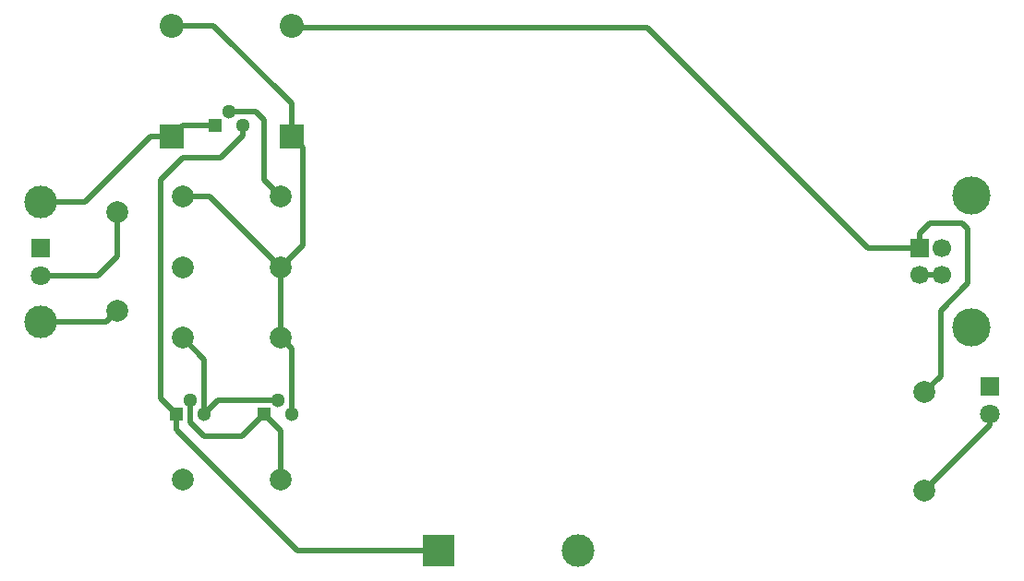
<source format=gbr>
%TF.GenerationSoftware,KiCad,Pcbnew,(6.0.7)*%
%TF.CreationDate,2023-10-27T20:15:12+01:00*%
%TF.ProjectId,slide_tester,736c6964-655f-4746-9573-7465722e6b69,rev?*%
%TF.SameCoordinates,Original*%
%TF.FileFunction,Copper,L1,Top*%
%TF.FilePolarity,Positive*%
%FSLAX46Y46*%
G04 Gerber Fmt 4.6, Leading zero omitted, Abs format (unit mm)*
G04 Created by KiCad (PCBNEW (6.0.7)) date 2023-10-27 20:15:12*
%MOMM*%
%LPD*%
G01*
G04 APERTURE LIST*
%TA.AperFunction,ComponentPad*%
%ADD10C,2.000000*%
%TD*%
%TA.AperFunction,ComponentPad*%
%ADD11R,1.300000X1.300000*%
%TD*%
%TA.AperFunction,ComponentPad*%
%ADD12C,1.300000*%
%TD*%
%TA.AperFunction,ComponentPad*%
%ADD13C,3.000000*%
%TD*%
%TA.AperFunction,ComponentPad*%
%ADD14R,1.800000X1.800000*%
%TD*%
%TA.AperFunction,ComponentPad*%
%ADD15C,1.800000*%
%TD*%
%TA.AperFunction,ComponentPad*%
%ADD16R,3.000000X3.000000*%
%TD*%
%TA.AperFunction,ComponentPad*%
%ADD17R,1.700000X1.700000*%
%TD*%
%TA.AperFunction,ComponentPad*%
%ADD18C,1.700000*%
%TD*%
%TA.AperFunction,ComponentPad*%
%ADD19C,3.500000*%
%TD*%
%TA.AperFunction,ComponentPad*%
%ADD20R,2.200000X2.200000*%
%TD*%
%TA.AperFunction,ComponentPad*%
%ADD21O,2.200000X2.200000*%
%TD*%
%TA.AperFunction,Conductor*%
%ADD22C,0.500000*%
%TD*%
G04 APERTURE END LIST*
D10*
%TO.P,R6,1*%
%TO.N,Net-(D2-Pad1)*%
X116000000Y-79000000D03*
%TO.P,R6,2*%
%TO.N,Net-(Q3-Pad2)*%
X125000000Y-79000000D03*
%TD*%
%TO.P,R3,1*%
%TO.N,Net-(D2-Pad1)*%
X125000000Y-85500000D03*
%TO.P,R3,2*%
%TO.N,GND*%
X116000000Y-85500000D03*
%TD*%
D11*
%TO.P,Q2,1,C*%
%TO.N,Net-(BT1-Pad1)*%
X115460000Y-99000000D03*
D12*
%TO.P,Q2,2,B*%
%TO.N,Net-(Q1-Pad1)*%
X116730000Y-97730000D03*
%TO.P,Q2,3,E*%
%TO.N,Net-(Q1-Pad2)*%
X118000000Y-99000000D03*
%TD*%
D11*
%TO.P,Q3,1,C*%
%TO.N,Net-(D3-Pad1)*%
X119000000Y-72500000D03*
D12*
%TO.P,Q3,2,B*%
%TO.N,Net-(Q3-Pad2)*%
X120270000Y-71230000D03*
%TO.P,Q3,3,E*%
%TO.N,Net-(BT1-Pad1)*%
X121540000Y-72500000D03*
%TD*%
D13*
%TO.P,J2,1,Pin_1*%
%TO.N,Net-(D3-Pad1)*%
X103000000Y-79500000D03*
%TD*%
%TO.P,J3,1,Pin_1*%
%TO.N,Net-(J3-Pad1)*%
X103000000Y-90500000D03*
%TD*%
D10*
%TO.P,R2,1*%
%TO.N,Net-(D2-Pad1)*%
X125000000Y-92000000D03*
%TO.P,R2,2*%
%TO.N,Net-(Q1-Pad2)*%
X116000000Y-92000000D03*
%TD*%
%TO.P,R4,1*%
%TO.N,Net-(J3-Pad1)*%
X110000000Y-89500000D03*
%TO.P,R4,2*%
%TO.N,Net-(D4-Pad2)*%
X110000000Y-80500000D03*
%TD*%
%TO.P,R1,1*%
%TO.N,Net-(D2-Pad2)*%
X184000000Y-97000000D03*
%TO.P,R1,2*%
%TO.N,Net-(D1-Pad2)*%
X184000000Y-106000000D03*
%TD*%
D14*
%TO.P,D1,1,K*%
%TO.N,GND*%
X190000000Y-96460000D03*
D15*
%TO.P,D1,2,A*%
%TO.N,Net-(D1-Pad2)*%
X190000000Y-99000000D03*
%TD*%
D16*
%TO.P,BT1,1,+*%
%TO.N,Net-(BT1-Pad1)*%
X139500000Y-111557500D03*
D13*
%TO.P,BT1,2,-*%
%TO.N,GND*%
X152300000Y-111557500D03*
%TD*%
D10*
%TO.P,R5,1*%
%TO.N,Net-(Q1-Pad1)*%
X125000000Y-105000000D03*
%TO.P,R5,2*%
%TO.N,GND*%
X116000000Y-105000000D03*
%TD*%
D17*
%TO.P,J1,1,VBUS*%
%TO.N,Net-(D2-Pad2)*%
X183620000Y-83750000D03*
D18*
%TO.P,J1,2,D-*%
%TO.N,Net-(J1-Pad2)*%
X183620000Y-86250000D03*
%TO.P,J1,3,D+*%
X185620000Y-86250000D03*
%TO.P,J1,4,GND*%
%TO.N,GND*%
X185620000Y-83750000D03*
D19*
%TO.P,J1,5,Shield*%
X188330000Y-91020000D03*
X188330000Y-78980000D03*
%TD*%
D20*
%TO.P,D3,1,K*%
%TO.N,Net-(D3-Pad1)*%
X115000000Y-73500000D03*
D21*
%TO.P,D3,2,A*%
%TO.N,Net-(D2-Pad1)*%
X115000000Y-63340000D03*
%TD*%
D20*
%TO.P,D2,1,K*%
%TO.N,Net-(D2-Pad1)*%
X126000000Y-73500000D03*
D21*
%TO.P,D2,2,A*%
%TO.N,Net-(D2-Pad2)*%
X126000000Y-63340000D03*
%TD*%
D14*
%TO.P,D4,1,K*%
%TO.N,GND*%
X103000000Y-83725000D03*
D15*
%TO.P,D4,2,A*%
%TO.N,Net-(D4-Pad2)*%
X103000000Y-86265000D03*
%TD*%
D11*
%TO.P,Q1,1,C*%
%TO.N,Net-(Q1-Pad1)*%
X123460000Y-99000000D03*
D12*
%TO.P,Q1,2,B*%
%TO.N,Net-(Q1-Pad2)*%
X124730000Y-97730000D03*
%TO.P,Q1,3,E*%
%TO.N,Net-(D2-Pad1)*%
X126000000Y-99000000D03*
%TD*%
D22*
%TO.N,Net-(D1-Pad2)*%
X184000000Y-106000000D02*
X190000000Y-100000000D01*
X190000000Y-100000000D02*
X190000000Y-99000000D01*
%TO.N,Net-(D2-Pad1)*%
X126000000Y-73500000D02*
X127000000Y-74500000D01*
X115000000Y-63340000D02*
X118840000Y-63340000D01*
X116000000Y-79000000D02*
X118500000Y-79000000D01*
X127000000Y-74500000D02*
X127000000Y-83500000D01*
X118500000Y-79000000D02*
X125000000Y-85500000D01*
X127000000Y-83500000D02*
X125000000Y-85500000D01*
X126000000Y-93000000D02*
X126000000Y-99000000D01*
X125000000Y-92000000D02*
X126000000Y-93000000D01*
X118840000Y-63340000D02*
X126000000Y-70500000D01*
X125000000Y-85500000D02*
X125000000Y-92000000D01*
X126000000Y-70500000D02*
X126000000Y-73500000D01*
%TO.N,Net-(D4-Pad2)*%
X110000000Y-84500000D02*
X110000000Y-80500000D01*
X103000000Y-86265000D02*
X108235000Y-86265000D01*
X108235000Y-86265000D02*
X110000000Y-84500000D01*
%TO.N,Net-(J1-Pad2)*%
X183620000Y-86250000D02*
X185620000Y-86250000D01*
%TO.N,Net-(D3-Pad1)*%
X119000000Y-72500000D02*
X116000000Y-72500000D01*
X115000000Y-73500000D02*
X113080000Y-73500000D01*
X116000000Y-72500000D02*
X115000000Y-73500000D01*
X113080000Y-73500000D02*
X107080000Y-79500000D01*
X107080000Y-79500000D02*
X103000000Y-79500000D01*
%TO.N,Net-(J3-Pad1)*%
X109000000Y-90500000D02*
X103000000Y-90500000D01*
X110000000Y-89500000D02*
X109000000Y-90500000D01*
%TO.N,Net-(Q1-Pad1)*%
X116730000Y-97730000D02*
X116730000Y-99770000D01*
X121460000Y-101000000D02*
X123460000Y-99000000D01*
X123460000Y-99000000D02*
X125000000Y-100540000D01*
X116730000Y-99770000D02*
X117960000Y-101000000D01*
X117960000Y-101000000D02*
X121460000Y-101000000D01*
X125000000Y-100540000D02*
X125000000Y-105000000D01*
%TO.N,Net-(Q1-Pad2)*%
X118000000Y-99000000D02*
X119270000Y-97730000D01*
X119270000Y-97730000D02*
X124730000Y-97730000D01*
X116000000Y-92000000D02*
X118000000Y-94000000D01*
X118000000Y-95540000D02*
X118000000Y-99000000D01*
X118000000Y-94000000D02*
X118000000Y-95540000D01*
%TO.N,Net-(BT1-Pad1)*%
X121540000Y-72500000D02*
X121540000Y-73460000D01*
X115460000Y-100460000D02*
X115460000Y-99000000D01*
X114000000Y-97540000D02*
X115460000Y-99000000D01*
X126557500Y-111557500D02*
X139500000Y-111557500D01*
X115500000Y-100500000D02*
X126557500Y-111557500D01*
X116000000Y-75500000D02*
X114000000Y-77500000D01*
X119500000Y-75500000D02*
X116000000Y-75500000D01*
X114000000Y-77500000D02*
X114000000Y-97540000D01*
X121540000Y-73460000D02*
X119500000Y-75500000D01*
%TO.N,Net-(Q3-Pad2)*%
X123500000Y-77500000D02*
X123500000Y-72000000D01*
X125000000Y-79000000D02*
X123500000Y-77500000D01*
X123500000Y-72000000D02*
X122730000Y-71230000D01*
X122730000Y-71230000D02*
X120270000Y-71230000D01*
%TO.N,Net-(D2-Pad2)*%
X126000000Y-63340000D02*
X126160000Y-63500000D01*
X184500000Y-81500000D02*
X187500000Y-81500000D01*
X188000000Y-82000000D02*
X188000000Y-87000000D01*
X188000000Y-87000000D02*
X185500000Y-89500000D01*
X183620000Y-82380000D02*
X184500000Y-81500000D01*
X158620000Y-63500000D02*
X178870000Y-83750000D01*
X185500000Y-89500000D02*
X185500000Y-95500000D01*
X178870000Y-83750000D02*
X183620000Y-83750000D01*
X183620000Y-83750000D02*
X183620000Y-82380000D01*
X187500000Y-81500000D02*
X188000000Y-82000000D01*
X185500000Y-95500000D02*
X184000000Y-97000000D01*
X126160000Y-63500000D02*
X158620000Y-63500000D01*
%TD*%
M02*

</source>
